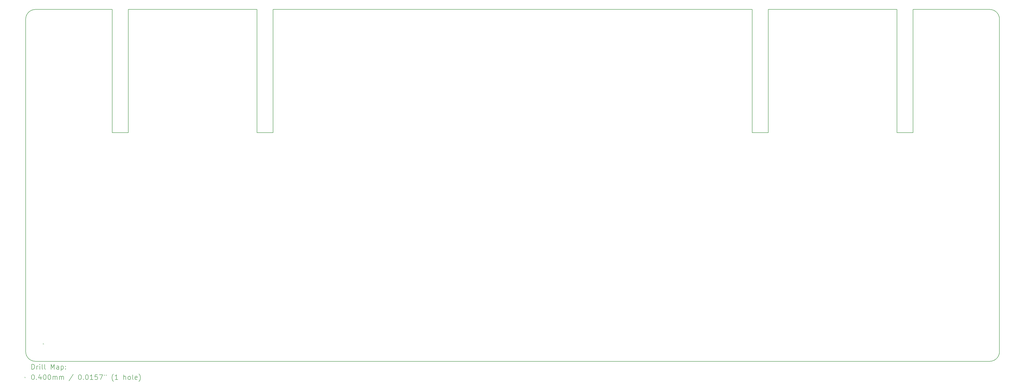
<source format=gbr>
%FSLAX45Y45*%
G04 Gerber Fmt 4.5, Leading zero omitted, Abs format (unit mm)*
G04 Created by KiCad (PCBNEW (6.0.0)) date 2022-03-06 22:42:32*
%MOMM*%
%LPD*%
G01*
G04 APERTURE LIST*
%TA.AperFunction,Profile*%
%ADD10C,0.200000*%
%TD*%
%ADD11C,0.200000*%
%ADD12C,0.040000*%
G04 APERTURE END LIST*
D10*
X1459270Y-5875820D02*
G75*
G03*
X1062420Y-6272670I0J-396850D01*
G01*
X37075550Y-10875820D02*
X37075550Y-5875820D01*
X40191830Y-20162420D02*
G75*
G03*
X40588680Y-19765570I0J396850D01*
G01*
X11100550Y-5875820D02*
X30550550Y-5875820D01*
X5225550Y-10875820D02*
X4575550Y-10875820D01*
X4575550Y-10875820D02*
X4575550Y-5875820D01*
X5225550Y-5875820D02*
X5225550Y-10875820D01*
X31200550Y-5875820D02*
X31200550Y-10875820D01*
X37075550Y-5875820D02*
X40191830Y-5875820D01*
X4575550Y-5875820D02*
X1459270Y-5875820D01*
X36425550Y-5875820D02*
X36425550Y-10875820D01*
X1062420Y-6272670D02*
X1062420Y-19765570D01*
X11100550Y-5875820D02*
X11100550Y-10875820D01*
X10450550Y-10875820D02*
X10450550Y-5875820D01*
X11100550Y-10875820D02*
X10450550Y-10875820D01*
X31200550Y-5875820D02*
X36425550Y-5875820D01*
X1062420Y-19765570D02*
G75*
G03*
X1459270Y-20162420I396850J0D01*
G01*
X31200550Y-10875820D02*
X30550550Y-10875820D01*
X36425550Y-10875820D02*
X37075550Y-10875820D01*
X40588680Y-19765570D02*
X40588680Y-6272670D01*
X5225550Y-5875820D02*
X10450550Y-5875820D01*
X1459270Y-20162420D02*
X40191830Y-20162420D01*
X30550550Y-10875820D02*
X30550550Y-5875820D01*
X40588680Y-6272670D02*
G75*
G03*
X40191830Y-5875820I-396850J0D01*
G01*
D11*
D12*
X1756750Y-19428090D02*
X1796750Y-19468090D01*
X1796750Y-19428090D02*
X1756750Y-19468090D01*
D11*
X1310039Y-20482896D02*
X1310039Y-20282896D01*
X1357658Y-20282896D01*
X1386230Y-20292420D01*
X1405277Y-20311468D01*
X1414801Y-20330515D01*
X1424325Y-20368610D01*
X1424325Y-20397182D01*
X1414801Y-20435277D01*
X1405277Y-20454325D01*
X1386230Y-20473372D01*
X1357658Y-20482896D01*
X1310039Y-20482896D01*
X1510039Y-20482896D02*
X1510039Y-20349563D01*
X1510039Y-20387658D02*
X1519563Y-20368610D01*
X1529087Y-20359087D01*
X1548134Y-20349563D01*
X1567182Y-20349563D01*
X1633848Y-20482896D02*
X1633848Y-20349563D01*
X1633848Y-20282896D02*
X1624325Y-20292420D01*
X1633848Y-20301944D01*
X1643372Y-20292420D01*
X1633848Y-20282896D01*
X1633848Y-20301944D01*
X1757658Y-20482896D02*
X1738610Y-20473372D01*
X1729087Y-20454325D01*
X1729087Y-20282896D01*
X1862420Y-20482896D02*
X1843372Y-20473372D01*
X1833848Y-20454325D01*
X1833848Y-20282896D01*
X2090991Y-20482896D02*
X2090991Y-20282896D01*
X2157658Y-20425753D01*
X2224325Y-20282896D01*
X2224325Y-20482896D01*
X2405277Y-20482896D02*
X2405277Y-20378134D01*
X2395753Y-20359087D01*
X2376706Y-20349563D01*
X2338610Y-20349563D01*
X2319563Y-20359087D01*
X2405277Y-20473372D02*
X2386230Y-20482896D01*
X2338610Y-20482896D01*
X2319563Y-20473372D01*
X2310039Y-20454325D01*
X2310039Y-20435277D01*
X2319563Y-20416230D01*
X2338610Y-20406706D01*
X2386230Y-20406706D01*
X2405277Y-20397182D01*
X2500515Y-20349563D02*
X2500515Y-20549563D01*
X2500515Y-20359087D02*
X2519563Y-20349563D01*
X2557658Y-20349563D01*
X2576706Y-20359087D01*
X2586230Y-20368610D01*
X2595753Y-20387658D01*
X2595753Y-20444801D01*
X2586230Y-20463849D01*
X2576706Y-20473372D01*
X2557658Y-20482896D01*
X2519563Y-20482896D01*
X2500515Y-20473372D01*
X2681468Y-20463849D02*
X2690991Y-20473372D01*
X2681468Y-20482896D01*
X2671944Y-20473372D01*
X2681468Y-20463849D01*
X2681468Y-20482896D01*
X2681468Y-20359087D02*
X2690991Y-20368610D01*
X2681468Y-20378134D01*
X2671944Y-20368610D01*
X2681468Y-20359087D01*
X2681468Y-20378134D01*
D12*
X1012420Y-20792420D02*
X1052420Y-20832420D01*
X1052420Y-20792420D02*
X1012420Y-20832420D01*
D11*
X1348134Y-20702896D02*
X1367182Y-20702896D01*
X1386230Y-20712420D01*
X1395753Y-20721944D01*
X1405277Y-20740991D01*
X1414801Y-20779087D01*
X1414801Y-20826706D01*
X1405277Y-20864801D01*
X1395753Y-20883849D01*
X1386230Y-20893372D01*
X1367182Y-20902896D01*
X1348134Y-20902896D01*
X1329087Y-20893372D01*
X1319563Y-20883849D01*
X1310039Y-20864801D01*
X1300515Y-20826706D01*
X1300515Y-20779087D01*
X1310039Y-20740991D01*
X1319563Y-20721944D01*
X1329087Y-20712420D01*
X1348134Y-20702896D01*
X1500515Y-20883849D02*
X1510039Y-20893372D01*
X1500515Y-20902896D01*
X1490991Y-20893372D01*
X1500515Y-20883849D01*
X1500515Y-20902896D01*
X1681468Y-20769563D02*
X1681468Y-20902896D01*
X1633848Y-20693372D02*
X1586229Y-20836230D01*
X1710039Y-20836230D01*
X1824325Y-20702896D02*
X1843372Y-20702896D01*
X1862420Y-20712420D01*
X1871944Y-20721944D01*
X1881468Y-20740991D01*
X1890991Y-20779087D01*
X1890991Y-20826706D01*
X1881468Y-20864801D01*
X1871944Y-20883849D01*
X1862420Y-20893372D01*
X1843372Y-20902896D01*
X1824325Y-20902896D01*
X1805277Y-20893372D01*
X1795753Y-20883849D01*
X1786229Y-20864801D01*
X1776706Y-20826706D01*
X1776706Y-20779087D01*
X1786229Y-20740991D01*
X1795753Y-20721944D01*
X1805277Y-20712420D01*
X1824325Y-20702896D01*
X2014801Y-20702896D02*
X2033848Y-20702896D01*
X2052896Y-20712420D01*
X2062420Y-20721944D01*
X2071944Y-20740991D01*
X2081468Y-20779087D01*
X2081468Y-20826706D01*
X2071944Y-20864801D01*
X2062420Y-20883849D01*
X2052896Y-20893372D01*
X2033848Y-20902896D01*
X2014801Y-20902896D01*
X1995753Y-20893372D01*
X1986229Y-20883849D01*
X1976706Y-20864801D01*
X1967182Y-20826706D01*
X1967182Y-20779087D01*
X1976706Y-20740991D01*
X1986229Y-20721944D01*
X1995753Y-20712420D01*
X2014801Y-20702896D01*
X2167182Y-20902896D02*
X2167182Y-20769563D01*
X2167182Y-20788610D02*
X2176706Y-20779087D01*
X2195753Y-20769563D01*
X2224325Y-20769563D01*
X2243372Y-20779087D01*
X2252896Y-20798134D01*
X2252896Y-20902896D01*
X2252896Y-20798134D02*
X2262420Y-20779087D01*
X2281468Y-20769563D01*
X2310039Y-20769563D01*
X2329087Y-20779087D01*
X2338610Y-20798134D01*
X2338610Y-20902896D01*
X2433849Y-20902896D02*
X2433849Y-20769563D01*
X2433849Y-20788610D02*
X2443372Y-20779087D01*
X2462420Y-20769563D01*
X2490991Y-20769563D01*
X2510039Y-20779087D01*
X2519563Y-20798134D01*
X2519563Y-20902896D01*
X2519563Y-20798134D02*
X2529087Y-20779087D01*
X2548134Y-20769563D01*
X2576706Y-20769563D01*
X2595753Y-20779087D01*
X2605277Y-20798134D01*
X2605277Y-20902896D01*
X2995753Y-20693372D02*
X2824325Y-20950515D01*
X3252896Y-20702896D02*
X3271944Y-20702896D01*
X3290991Y-20712420D01*
X3300515Y-20721944D01*
X3310039Y-20740991D01*
X3319563Y-20779087D01*
X3319563Y-20826706D01*
X3310039Y-20864801D01*
X3300515Y-20883849D01*
X3290991Y-20893372D01*
X3271944Y-20902896D01*
X3252896Y-20902896D01*
X3233848Y-20893372D01*
X3224325Y-20883849D01*
X3214801Y-20864801D01*
X3205277Y-20826706D01*
X3205277Y-20779087D01*
X3214801Y-20740991D01*
X3224325Y-20721944D01*
X3233848Y-20712420D01*
X3252896Y-20702896D01*
X3405277Y-20883849D02*
X3414801Y-20893372D01*
X3405277Y-20902896D01*
X3395753Y-20893372D01*
X3405277Y-20883849D01*
X3405277Y-20902896D01*
X3538610Y-20702896D02*
X3557658Y-20702896D01*
X3576706Y-20712420D01*
X3586229Y-20721944D01*
X3595753Y-20740991D01*
X3605277Y-20779087D01*
X3605277Y-20826706D01*
X3595753Y-20864801D01*
X3586229Y-20883849D01*
X3576706Y-20893372D01*
X3557658Y-20902896D01*
X3538610Y-20902896D01*
X3519563Y-20893372D01*
X3510039Y-20883849D01*
X3500515Y-20864801D01*
X3490991Y-20826706D01*
X3490991Y-20779087D01*
X3500515Y-20740991D01*
X3510039Y-20721944D01*
X3519563Y-20712420D01*
X3538610Y-20702896D01*
X3795753Y-20902896D02*
X3681468Y-20902896D01*
X3738610Y-20902896D02*
X3738610Y-20702896D01*
X3719563Y-20731468D01*
X3700515Y-20750515D01*
X3681468Y-20760039D01*
X3976706Y-20702896D02*
X3881468Y-20702896D01*
X3871944Y-20798134D01*
X3881468Y-20788610D01*
X3900515Y-20779087D01*
X3948134Y-20779087D01*
X3967182Y-20788610D01*
X3976706Y-20798134D01*
X3986229Y-20817182D01*
X3986229Y-20864801D01*
X3976706Y-20883849D01*
X3967182Y-20893372D01*
X3948134Y-20902896D01*
X3900515Y-20902896D01*
X3881468Y-20893372D01*
X3871944Y-20883849D01*
X4052896Y-20702896D02*
X4186229Y-20702896D01*
X4100515Y-20902896D01*
X4252896Y-20702896D02*
X4252896Y-20740991D01*
X4329087Y-20702896D02*
X4329087Y-20740991D01*
X4624325Y-20979087D02*
X4614801Y-20969563D01*
X4595753Y-20940991D01*
X4586230Y-20921944D01*
X4576706Y-20893372D01*
X4567182Y-20845753D01*
X4567182Y-20807658D01*
X4576706Y-20760039D01*
X4586230Y-20731468D01*
X4595753Y-20712420D01*
X4614801Y-20683849D01*
X4624325Y-20674325D01*
X4805277Y-20902896D02*
X4690991Y-20902896D01*
X4748134Y-20902896D02*
X4748134Y-20702896D01*
X4729087Y-20731468D01*
X4710039Y-20750515D01*
X4690991Y-20760039D01*
X5043372Y-20902896D02*
X5043372Y-20702896D01*
X5129087Y-20902896D02*
X5129087Y-20798134D01*
X5119563Y-20779087D01*
X5100515Y-20769563D01*
X5071944Y-20769563D01*
X5052896Y-20779087D01*
X5043372Y-20788610D01*
X5252896Y-20902896D02*
X5233849Y-20893372D01*
X5224325Y-20883849D01*
X5214801Y-20864801D01*
X5214801Y-20807658D01*
X5224325Y-20788610D01*
X5233849Y-20779087D01*
X5252896Y-20769563D01*
X5281468Y-20769563D01*
X5300515Y-20779087D01*
X5310039Y-20788610D01*
X5319563Y-20807658D01*
X5319563Y-20864801D01*
X5310039Y-20883849D01*
X5300515Y-20893372D01*
X5281468Y-20902896D01*
X5252896Y-20902896D01*
X5433849Y-20902896D02*
X5414801Y-20893372D01*
X5405277Y-20874325D01*
X5405277Y-20702896D01*
X5586230Y-20893372D02*
X5567182Y-20902896D01*
X5529087Y-20902896D01*
X5510039Y-20893372D01*
X5500515Y-20874325D01*
X5500515Y-20798134D01*
X5510039Y-20779087D01*
X5529087Y-20769563D01*
X5567182Y-20769563D01*
X5586230Y-20779087D01*
X5595753Y-20798134D01*
X5595753Y-20817182D01*
X5500515Y-20836230D01*
X5662420Y-20979087D02*
X5671944Y-20969563D01*
X5690991Y-20940991D01*
X5700515Y-20921944D01*
X5710039Y-20893372D01*
X5719563Y-20845753D01*
X5719563Y-20807658D01*
X5710039Y-20760039D01*
X5700515Y-20731468D01*
X5690991Y-20712420D01*
X5671944Y-20683849D01*
X5662420Y-20674325D01*
M02*

</source>
